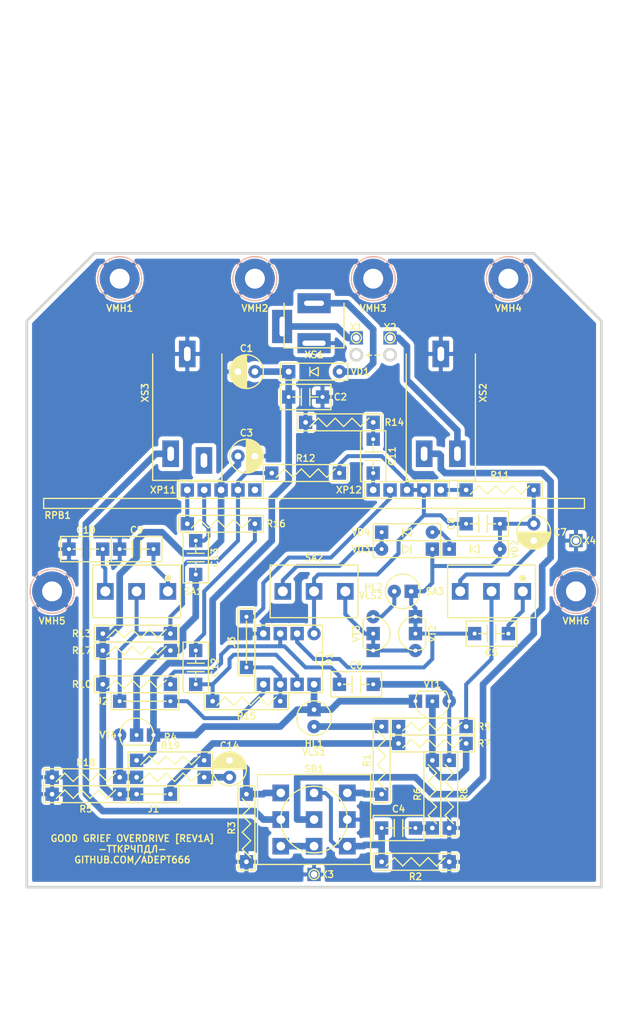
<source format=kicad_pcb>
(kicad_pcb (version 20171130) (host pcbnew 5.1.12-84ad8e8a86~92~ubuntu20.04.1)
  (title_block (title ТКП-1.19.A-1) (date 2024-06-09) (rev 1A) (company "Good Grief Overdrive [REV1A]") (comment 1 http://github.com/Adept666) (comment 2 "Igor Ivanov (Игорь Иванов)") (comment 3 -ТТКРЧПДЛ-) (comment 4 "This project is licensed under GNU General Public License v3.0 or later"))
  (layers (0 F.Cu jumper) (31 B.Cu signal) (37 F.SilkS user) (38 B.Mask user) (44 Edge.Cuts user))
  (net 0 "")
  (net 1 COM)
  (net 2 "Net-(HL1-PadC)")
  (net 3 /LED)
  (net 4 "Net-(SB1-PadNC1)")
  (net 5 /IN-CON)
  (net 6 /OUT-CON)
  (net 7 /PP3-POS)
  (net 8 /PP3-NEG)
  (net 9 V)
  (net 10 "Net-(XS3-PadTN)")
  (net 11 "Net-(VD1-PadA)")
  (net 12 "Net-(VD2-PadC)")
  (net 13 "Net-(HL2-PadC)")
  (net 14 "Net-(R6-Pad2)")
  (net 15 "Net-(R18-Pad2)")
  (net 16 "Net-(R16-Pad2)")
  (net 17 "Net-(C4-Pad2)")
  (net 18 "Net-(SA2-PadNO_2)")
  (net 19 "Net-(SA2-PadNO_1)")
  (net 20 "Net-(R9-Pad2)")
  (net 21 "Net-(R11-Pad2)")
  (net 22 "Net-(C5-Pad1)")
  (net 23 "Net-(C5-Pad2)")
  (net 24 "Net-(C6-Pad1)")
  (net 25 "Net-(C6-Pad2)")
  (net 26 "Net-(C7-Pad-)")
  (net 27 "Net-(C8-Pad2)")
  (net 28 "Net-(C9-Pad1)")
  (net 29 "Net-(C10-Pad1)")
  (net 30 "Net-(C11-Pad1)")
  (net 31 "Net-(C11-Pad2)")
  (net 32 "Net-(C12-Pad1)")
  (net 33 "Net-(C12-Pad2)")
  (net 34 "Net-(C13-Pad1)")
  (net 35 "Net-(C13-Pad2)")
  (net 36 "Net-(C14-Pad+)")
  (net 37 VREF)
  (net 38 /RP21)
  (net 39 /RP23)
  (net 40 /IN-CIR)
  (net 41 /OUT-CIR)
  (module SBKCL-TH-SL:RPB-1590BB-18-3x17-1.5-PNL-7.4-2.6 (layer F.Cu) (at 105.41 117.04)
    (fp_text reference RPB1 (at -40.64 15.04) (layer F.SilkS) (effects (font (thickness 0.2)) (justify left)))
    (fp_text value B100K-B5K-A500K)
    (fp_text user XP11 (at -20.6375 11.23) (layer F.SilkS) (effects (font (thickness 0.2)) (justify right)))
    (fp_text user XP12 (at 7.3025 11.23) (layer F.SilkS) (effects (font (thickness 0.2)) (justify right)))
    (pad 21 thru_hole rect (at -11.43 11.23) (size 2 2) (drill 1) (layers B.Cu B.Mask) (net 38 /RP21))
    (pad 13 thru_hole rect (at -19.05 11.23) (size 2 2) (drill 1) (layers B.Cu B.Mask) (net 16 "Net-(R16-Pad2)"))
    (pad 11 thru_hole rect (at -13.97 11.23) (size 2 2) (drill 1) (layers B.Cu B.Mask) (net 37 VREF))
    (pad 12 thru_hole rect (at -16.51 11.23) (size 2 2) (drill 1) (layers B.Cu B.Mask) (net 34 "Net-(C13-Pad1)"))
    (pad 22 thru_hole rect (at -8.89 11.23) (size 2 2) (drill 1) (layers B.Cu B.Mask) (net 30 "Net-(C11-Pad1)"))
    (pad 31 thru_hole rect (at 19.05 11.23) (size 2 2) (drill 1) (layers B.Cu B.Mask) (net 21 "Net-(R11-Pad2)"))
    (pad 32 thru_hole rect (at 16.51 11.23) (size 2 2) (drill 1) (layers B.Cu B.Mask) (net 27 "Net-(C8-Pad2)"))
    (pad 33 thru_hole rect (at 13.97 11.23) (size 2 2) (drill 1) (layers B.Cu B.Mask) (net 27 "Net-(C8-Pad2)"))
    (pad 23 thru_hole rect (at 11.43 11.23) (size 2 2) (drill 1) (layers B.Cu B.Mask) (net 39 /RP23))
    (pad 22 thru_hole rect (at 8.89 11.23) (size 2 2) (drill 1) (layers B.Cu B.Mask) (net 30 "Net-(C11-Pad1)"))
  )
  (module KCL-TH-SL:CON-ST-008X-04 (layer F.Cu) (at 124.46 100.33 180)
    (fp_text reference XS2 (at -6.35 -13.335 270) (layer F.SilkS) (effects (font (thickness 0.2))))
    (fp_text value ST-008S-04)
    (pad R thru_hole rect (at -2.5 -22.5 180) (size 2.5 4) (drill oval 1 2.2) (layers B.Cu B.Mask) (net 8 /PP3-NEG))
    (pad T thru_hole rect (at 2.5 -22.5 180) (size 2.5 4) (drill oval 1 2.2) (layers B.Cu B.Mask) (net 5 /IN-CON))
    (pad S thru_hole rect (at 0 -7.5 180) (size 2.5 4) (drill oval 1 2.2) (layers B.Cu B.Mask) (net 1 COM))
  )
  (module KCL-TH-SL:CON-ST-008X-05 (layer F.Cu) (at 86.36 100.33 180)
    (fp_text reference XS3 (at 6.35 -13.335 270) (layer F.SilkS) (effects (font (thickness 0.2))))
    (fp_text value ST-008S-05)
    (pad S thru_hole rect (at 0 -7.5 180) (size 2.5 4) (drill oval 1 2.2) (layers B.Cu B.Mask) (net 1 COM))
    (pad T thru_hole rect (at 2.5 -22.5 180) (size 2.5 4) (drill oval 1 2.2) (layers B.Cu B.Mask) (net 6 /OUT-CON))
    (pad TN thru_hole rect (at -2.5 -23.5 180) (size 2.5 4) (drill oval 1 2.2) (layers B.Cu B.Mask) (net 10 "Net-(XS3-PadTN)"))
  )
  (module KCL-TH-SL:VMH-STA-DA5-PNL-3.0 (layer F.Cu) (at 144.78 143.51)
    (fp_text reference VMH6 (at 0 4.445) (layer F.SilkS) (effects (font (thickness 0.2))))
    (fp_text value DI5M3x18)
    (pad 0 thru_hole circle (at 0 0) (size 6 6) (drill 3) (layers B.Cu B.Mask) (net 1 COM))
  )
  (module KCL-TH-SL:VMH-STA-DA5-PNL-3.0 (layer F.Cu) (at 66.04 143.51)
    (fp_text reference VMH5 (at 0 4.445) (layer F.SilkS) (effects (font (thickness 0.2))))
    (fp_text value DI5M3x18)
    (pad 0 thru_hole circle (at 0 0) (size 6 6) (drill 3) (layers B.Cu B.Mask) (net 1 COM))
  )
  (module KCL-TH-SL:VMH-STA-DA5-PNL-3.0 (layer F.Cu) (at 134.62 96.52)
    (fp_text reference VMH4 (at 0 4.445) (layer F.SilkS) (effects (font (thickness 0.2))))
    (fp_text value DI5M3x18)
    (pad 0 thru_hole circle (at 0 0) (size 6 6) (drill 3) (layers B.Cu B.Mask) (net 1 COM))
  )
  (module KCL-TH-SL:VMH-STA-DA5-PNL-3.0 (layer F.Cu) (at 114.3 96.52)
    (fp_text reference VMH3 (at 0 4.445) (layer F.SilkS) (effects (font (thickness 0.2))))
    (fp_text value DI5M3x18)
    (pad 0 thru_hole circle (at 0 0) (size 6 6) (drill 3) (layers B.Cu B.Mask) (net 1 COM))
  )
  (module KCL-TH-SL:VMH-STA-DA5-PNL-3.0 (layer F.Cu) (at 96.52 96.52)
    (fp_text reference VMH2 (at 0 4.445) (layer F.SilkS) (effects (font (thickness 0.2))))
    (fp_text value DI5M3x18)
    (pad 0 thru_hole circle (at 0 0) (size 6 6) (drill 3) (layers B.Cu B.Mask) (net 1 COM))
  )
  (module KCL-TH-SL:VMH-STA-DA5-PNL-3.0 (layer F.Cu) (at 76.2 96.52)
    (fp_text reference VMH1 (at 0 4.445) (layer F.SilkS) (effects (font (thickness 0.2))))
    (fp_text value DI5M3x18)
    (pad 0 thru_hole circle (at 0 0) (size 6 6) (drill 3) (layers B.Cu B.Mask) (net 1 COM))
  )
  (module KCL-TH-SL:P-TO-92-S-G-D (layer F.Cu) (at 120.65 149.86 90)
    (fp_text reference VT2 (at 0 2.54 90) (layer F.SilkS) (effects (font (thickness 0.2))))
    (fp_text value 7000)
    (pad S thru_hole circle (at -2.54 0 90) (size 2 2) (drill 0.6) (layers B.Cu B.Mask) (net 19 "Net-(SA2-PadNO_1)"))
    (pad G thru_hole rect (at 0 0 90) (size 2 2) (drill 0.6) (layers B.Cu B.Mask) (net 22 "Net-(C5-Pad1)"))
    (pad D thru_hole rect (at 2.54 0 90) (size 2 2) (drill 0.6) (layers B.Cu B.Mask) (net 22 "Net-(C5-Pad1)"))
  )
  (module KCL-TH-SL:P-TO-92-S-G-D (layer F.Cu) (at 114.3 149.86 270)
    (fp_text reference VT3 (at 0 2.54 90) (layer F.SilkS) (effects (font (thickness 0.2))))
    (fp_text value 7000)
    (pad S thru_hole circle (at -2.54 0 270) (size 2 2) (drill 0.6) (layers B.Cu B.Mask) (net 13 "Net-(HL2-PadC)"))
    (pad G thru_hole rect (at 0 0 270) (size 2 2) (drill 0.6) (layers B.Cu B.Mask) (net 19 "Net-(SA2-PadNO_1)"))
    (pad D thru_hole rect (at 2.54 0 270) (size 2 2) (drill 0.6) (layers B.Cu B.Mask) (net 19 "Net-(SA2-PadNO_1)"))
  )
  (module KCL-TH-SL:P-TO-92-E-B-C (layer F.Cu) (at 78.74 165.1)
    (fp_text reference VT4 (at -2.8575 0) (layer F.SilkS) (effects (font (thickness 0.2)) (justify right)))
    (fp_text value MPSA18)
    (pad C thru_hole rect (at 2.54 0) (size 2 2) (drill 0.6) (layers B.Cu B.Mask) (net 9 V))
    (pad B thru_hole rect (at 0 0) (size 2 2) (drill 0.6) (layers B.Cu B.Mask) (net 35 "Net-(C13-Pad2)"))
    (pad E thru_hole circle (at -2.54 0) (size 2 2) (drill 0.6) (layers B.Cu B.Mask) (net 15 "Net-(R18-Pad2)"))
  )
  (module KCL-TH-SL:P-TO-92-E-B-C (layer F.Cu) (at 123.19 160.02 180)
    (fp_text reference VT1 (at 0 2.54) (layer F.SilkS) (effects (font (thickness 0.2))))
    (fp_text value MPSA18)
    (pad C thru_hole rect (at 2.54 0 180) (size 2 2) (drill 0.6) (layers B.Cu B.Mask) (net 9 V))
    (pad B thru_hole rect (at 0 0 180) (size 2 2) (drill 0.6) (layers B.Cu B.Mask) (net 14 "Net-(R6-Pad2)"))
    (pad E thru_hole circle (at -2.54 0 180) (size 2 2) (drill 0.6) (layers B.Cu B.Mask) (net 24 "Net-(C6-Pad1)"))
  )
  (module KCL-TH-SL:J-TH-d0.6-P05.08 (layer F.Cu) (at 81.28 173.99)
    (fp_text reference J1 (at 0 2.2225) (layer F.SilkS) (effects (font (thickness 0.2))))
    (fp_text value 0.6)
    (pad J thru_hole rect (at 2.54 0) (size 2 2) (drill 0.7) (layers B.Cu B.Mask) (net 37 VREF))
    (pad J thru_hole rect (at -2.54 0) (size 2 2) (drill 0.7) (layers B.Cu B.Mask) (net 37 VREF))
  )
  (module KCL-TH-SL:J-TH-d0.5-P07.62 (layer F.Cu) (at 95.25 151.13 90)
    (fp_text reference J3 (at 0 -2.2225 90) (layer F.SilkS) (effects (font (thickness 0.2))))
    (fp_text value 0.5)
    (pad J thru_hole rect (at -3.81 0 90) (size 2 2) (drill 0.6) (layers B.Cu B.Mask) (net 39 /RP23))
    (pad J thru_hole rect (at 3.81 0 90) (size 2 2) (drill 0.6) (layers B.Cu B.Mask) (net 39 /RP23))
  )
  (module KCL-TH-SL:J-TH-d0.5-P07.62 (layer F.Cu) (at 80.01 160.02)
    (fp_text reference J2 (at -5.3975 0) (layer F.SilkS) (effects (font (thickness 0.2)) (justify right)))
    (fp_text value 0.5)
    (pad J thru_hole rect (at -3.81 0) (size 2 2) (drill 0.6) (layers B.Cu B.Mask) (net 38 /RP21))
    (pad J thru_hole rect (at 3.81 0) (size 2 2) (drill 0.6) (layers B.Cu B.Mask) (net 38 /RP21))
  )
  (module KCL-TH-SL:P-DIP-08 (layer F.Cu) (at 101.6 153.67 270)
    (fp_text reference D1 (at 0 -6.0325 90) (layer F.SilkS) (effects (font (thickness 0.2))))
    (fp_text value 833)
    (pad 1 thru_hole circle (at -3.81 -3.81 270) (size 2 2) (drill 1) (layers B.Cu B.Mask) (net 27 "Net-(C8-Pad2)"))
    (pad 2 thru_hole rect (at -3.81 -1.27 270) (size 2 2) (drill 1) (layers B.Cu B.Mask) (net 22 "Net-(C5-Pad1)"))
    (pad 3 thru_hole rect (at -3.81 1.27 270) (size 2 2) (drill 1) (layers B.Cu B.Mask) (net 25 "Net-(C6-Pad2)"))
    (pad 4 thru_hole rect (at -3.81 3.81 270) (size 2 2) (drill 1) (layers B.Cu B.Mask) (net 1 COM))
    (pad 5 thru_hole rect (at 3.81 3.81 270) (size 2 2) (drill 1) (layers B.Cu B.Mask) (net 38 /RP21))
    (pad 6 thru_hole rect (at 3.81 1.27 270) (size 2 2) (drill 1) (layers B.Cu B.Mask) (net 39 /RP23))
    (pad 7 thru_hole rect (at 3.81 -1.27 270) (size 2 2) (drill 1) (layers B.Cu B.Mask) (net 32 "Net-(C12-Pad1)"))
    (pad 8 thru_hole rect (at 3.81 -3.81 270) (size 2 2) (drill 1) (layers B.Cu B.Mask) (net 9 V))
  )
  (module KCL-TH-SL:SW-MTS-103-A2-2.5-PNL-6.4 (layer F.Cu) (at 105.41 143.51 270)
    (fp_text reference SA2 (at -5.08 0) (layer F.SilkS) (effects (font (thickness 0.2))))
    (fp_text value MTS-103-A2)
    (pad NO_2 thru_hole rect (at 0 4.7 270) (size 2.5 2.5) (drill 1.5) (layers B.Cu B.Mask) (net 18 "Net-(SA2-PadNO_2)"))
    (pad COM thru_hole rect (at 0 0 270) (size 2.5 2.5) (drill 1.5) (layers B.Cu B.Mask) (net 27 "Net-(C8-Pad2)"))
    (pad NO_1 thru_hole rect (at 0 -4.7 270) (size 2.5 2.5) (drill 1.5) (layers B.Cu B.Mask) (net 19 "Net-(SA2-PadNO_1)"))
  )
  (module KCL-TH-SL:SW-MTS-102-A2-2.5-PNL-6.4 (layer F.Cu) (at 132.08 143.51 270)
    (fp_text reference SA3 (at 0 6.985) (layer F.SilkS) (effects (font (thickness 0.2)) (justify right)))
    (fp_text value MTS-102-A2)
    (pad NO thru_hole rect (at 0 4.7 270) (size 2.5 2.5) (drill 1.5) (layers B.Cu B.Mask) (net 26 "Net-(C7-Pad-)"))
    (pad COM thru_hole rect (at 0 0 270) (size 2.5 2.5) (drill 1.5) (layers B.Cu B.Mask) (net 20 "Net-(R9-Pad2)"))
    (pad NC thru_hole rect (at 0 -4.7 270) (size 2.5 2.5) (drill 1.5) (layers B.Cu B.Mask) (net 23 "Net-(C5-Pad2)"))
  )
  (module KCL-TH-SL:SW-MTS-102-A2-2.5-PNL-6.4 (layer F.Cu) (at 78.74 143.51 270)
    (fp_text reference SA1 (at 0 -6.985) (layer F.SilkS) (effects (font (thickness 0.2)) (justify left)))
    (fp_text value MTS-102-A2)
    (pad NO thru_hole rect (at 0 4.7 270) (size 2.5 2.5) (drill 1.5) (layers B.Cu B.Mask) (net 29 "Net-(C10-Pad1)"))
    (pad COM thru_hole rect (at 0 0 270) (size 2.5 2.5) (drill 1.5) (layers B.Cu B.Mask) (net 38 /RP21))
    (pad NC thru_hole rect (at 0 -4.7 270) (size 2.5 2.5) (drill 1.5) (layers B.Cu B.Mask) (net 28 "Net-(C9-Pad1)"))
  )
  (module KCL-TH-SL:P-DO-35 (layer F.Cu) (at 129.54 137.16 180)
    (fp_text reference VD2 (at -6.0325 0 90) (layer F.SilkS) (effects (font (thickness 0.2))))
    (fp_text value 4148)
    (pad C thru_hole rect (at 3.81 0 180) (size 2 2) (drill 0.6) (layers B.Cu B.Mask) (net 12 "Net-(VD2-PadC)"))
    (pad A thru_hole circle (at -3.81 0 180) (size 2 2) (drill 0.6) (layers B.Cu B.Mask) (net 22 "Net-(C5-Pad1)"))
  )
  (module KCL-TH-SL:P-DO-35 (layer F.Cu) (at 119.38 134.62 180)
    (fp_text reference VD4 (at 5.3975 0) (layer F.SilkS) (effects (font (thickness 0.2)) (justify right)))
    (fp_text value 4148)
    (pad A thru_hole circle (at -3.81 0 180) (size 2 2) (drill 0.6) (layers B.Cu B.Mask) (net 12 "Net-(VD2-PadC)"))
    (pad C thru_hole rect (at 3.81 0 180) (size 2 2) (drill 0.6) (layers B.Cu B.Mask) (net 18 "Net-(SA2-PadNO_2)"))
  )
  (module KCL-TH-SL:P-DO-35 (layer F.Cu) (at 119.38 137.16)
    (fp_text reference VD3 (at -5.3975 0) (layer F.SilkS) (effects (font (thickness 0.2)) (justify right)))
    (fp_text value 4148)
    (pad A thru_hole circle (at -3.81 0) (size 2 2) (drill 0.6) (layers B.Cu B.Mask) (net 18 "Net-(SA2-PadNO_2)"))
    (pad C thru_hole rect (at 3.81 0) (size 2 2) (drill 0.6) (layers B.Cu B.Mask) (net 22 "Net-(C5-Pad1)"))
  )
  (module KCL-TH-SL:P-DO-41 (layer F.Cu) (at 105.41 110.49 180)
    (fp_text reference VD1 (at -5.3975 0 180) (layer F.SilkS) (effects (font (thickness 0.2)) (justify left)))
    (fp_text value 5817)
    (pad C thru_hole rect (at 3.81 0 180) (size 2 2) (drill 0.9) (layers B.Cu B.Mask) (net 9 V))
    (pad A thru_hole circle (at -3.81 0 180) (size 2 2) (drill 0.9) (layers B.Cu B.Mask) (net 11 "Net-(VD1-PadA)"))
  )
  (module KCL-TH-SL:CON-DC-005 (layer F.Cu) (at 105.41 92.71 180)
    (fp_text reference XS1 (at 0 -15.24) (layer F.SilkS) (effects (font (thickness 0.2))))
    (fp_text value DC-005)
    (pad C thru_hole rect (at 0 -13.5 180) (size 5 3) (drill oval 3.5 0.8) (layers B.Cu B.Mask) (net 1 COM))
    (pad SN thru_hole rect (at 4.8 -11 180) (size 3 5) (drill oval 0.8 3) (layers B.Cu B.Mask) (net 7 /PP3-POS))
    (pad S thru_hole rect (at 0 -7.5 180) (size 5 3) (drill oval 3 0.8) (layers B.Cu B.Mask) (net 11 "Net-(VD1-PadA)"))
  )
  (module KCL-VIRTUAL:B-PP3-HV (layer F.Cu) (at 105.41 196.85)
    (fp_text reference GB1 hide)
    (fp_text value PP3 hide)
  )
  (module KCL-TH-SL:CON-PAD-S-1.0-2.0 (layer F.Cu) (at 116.84 105.41)
    (fp_text reference X2 (at 0 -1.5875) (layer F.SilkS) (effects (font (thickness 0.2))))
    (fp_text value -)
    (pad 1 thru_hole rect (at 0 0) (size 2 2) (drill 1) (layers B.Cu B.Mask) (net 8 /PP3-NEG))
  )
  (module KCL-TH-SL:CON-PAD-S-1.0-2.0 (layer F.Cu) (at 111.76 105.41)
    (fp_text reference X1 (at 0 -1.5875) (layer F.SilkS) (effects (font (thickness 0.2))))
    (fp_text value +)
    (pad 1 thru_hole rect (at 0 0) (size 2 2) (drill 1) (layers B.Cu B.Mask) (net 7 /PP3-POS))
  )
  (module KCL-TH-SL:CON-PAD-S-1.0-2.0 (layer F.Cu) (at 144.78 135.89)
    (fp_text reference X4 (at 0.9525 0) (layer F.SilkS) (effects (font (thickness 0.2)) (justify left)))
    (fp_text value COM)
    (pad 1 thru_hole rect (at 0 0) (size 2 2) (drill 1) (layers B.Cu B.Mask) (net 1 COM))
  )
  (module KCL-TH-SL:CON-PAD-S-1.0-2.0 (layer F.Cu) (at 105.41 186.055)
    (fp_text reference X3 (at 0.9525 0) (layer F.SilkS) (effects (font (thickness 0.2)) (justify left)))
    (fp_text value COM)
    (pad 1 thru_hole rect (at 0 0) (size 2 2) (drill 1) (layers B.Cu B.Mask) (net 1 COM))
  )
  (module KCL-TH-SL:LED-ROUND-05.0-UNI-SH-SPACER-PNL-5.3 (layer F.Cu) (at 118.745 143.51)
    (fp_text reference HL2 (at -2.8575 -0.635) (layer F.SilkS) (effects (font (thickness 0.2)) (justify right)))
    (fp_text value FYL-5013URC)
    (pad C thru_hole circle (at -1.27 0) (size 2 2) (drill 0.7) (layers B.Cu B.Mask) (net 13 "Net-(HL2-PadC)"))
    (pad A thru_hole rect (at 1.27 0) (size 2 2) (drill 0.7) (layers B.Cu B.Mask) (net 22 "Net-(C5-Pad1)"))
  )
  (module KCL-TH-SL:LED-ROUND-05.0-UNI-SH-SPACER-PNL-5.3 (layer F.Cu) (at 105.41 162.56 90)
    (fp_text reference HL1 (at -3.81 0 180) (layer F.SilkS) (effects (font (thickness 0.2))))
    (fp_text value FYL-5013UWC)
    (pad A thru_hole rect (at 1.27 0 90) (size 2 2) (drill 0.7) (layers B.Cu B.Mask) (net 9 V))
    (pad C thru_hole circle (at -1.27 0 90) (size 2 2) (drill 0.7) (layers B.Cu B.Mask) (net 2 "Net-(HL1-PadC)"))
  )
  (module KCL-VIRTUAL:VLS-BR (layer F.Cu) (at 105.41 162.56)
    (fp_text reference VLS1 (at 0 5.08) (layer F.SilkS) (effects (font (thickness 0.2))))
    (fp_text value BR-12.7)
  )
  (module KCL-VIRTUAL:VLS-BR (layer F.Cu) (at 118.745 143.51)
    (fp_text reference VLS2 (at -2.8575 0.635) (layer F.SilkS) (effects (font (thickness 0.2)) (justify right)))
    (fp_text value BR-12.7)
  )
  (module KCL-TH-SL:SW-PBS-24-302SP-2.5-PNL-13.0 (layer F.Cu) (at 105.41 177.8)
    (fp_text reference SB1 (at 0 -7.62) (layer F.SilkS) (effects (font (thickness 0.2))))
    (fp_text value PBS-24-302SP)
    (pad NC1 thru_hole rect (at -5 4) (size 2.5 2.5) (drill 1.3) (layers B.Cu B.Mask) (net 4 "Net-(SB1-PadNC1)"))
    (pad COM1 thru_hole rect (at -5 0) (size 2.5 2.5) (drill 1.3) (layers B.Cu B.Mask) (net 6 /OUT-CON))
    (pad NO1 thru_hole rect (at -5 -4) (size 2.5 2.5) (drill 1.3) (layers B.Cu B.Mask) (net 41 /OUT-CIR))
    (pad NO2 thru_hole rect (at 0 -4) (size 2.5 2.5) (drill 1.3) (layers B.Cu B.Mask) (net 40 /IN-CIR))
    (pad NC2 thru_hole rect (at 0 4) (size 2.5 2.5) (drill 1.3) (layers B.Cu B.Mask) (net 4 "Net-(SB1-PadNC1)"))
    (pad COM2 thru_hole rect (at 0 0) (size 2.5 2.5) (drill 1.3) (layers B.Cu B.Mask) (net 5 /IN-CON))
    (pad NO3 thru_hole rect (at 5 -4) (size 2.5 2.5) (drill 1.3) (layers B.Cu B.Mask) (net 3 /LED))
    (pad NC3 thru_hole rect (at 5 4) (size 2.5 2.5) (drill 1.3) (layers B.Cu B.Mask) (net 40 /IN-CIR))
    (pad COM3 thru_hole rect (at 5 0) (size 2.5 2.5) (drill 1.3) (layers B.Cu B.Mask) (net 1 COM))
  )
  (module KCL-TH-SL:CP-RADIAL-D05.0-P02.0-CLS (layer F.Cu) (at 95.25 123.19)
    (fp_text reference C3 (at 0 -3.4925) (layer F.SilkS) (effects (font (thickness 0.2))))
    (fp_text value 476)
    (pad - thru_hole rect (at 1.27 0) (size 2 2) (drill 1) (layers B.Cu B.Mask) (net 1 COM))
    (pad + thru_hole circle (at -1.27 0) (size 2 2) (drill 1) (layers B.Cu B.Mask) (net 37 VREF))
  )
  (module KCL-TH-SL:CP-RADIAL-D05.0-P02.0-CLS (layer F.Cu) (at 138.43 134.62 270)
    (fp_text reference C7 (at 0 -2.8575) (layer F.SilkS) (effects (font (thickness 0.2)) (justify left)))
    (fp_text value 106)
    (pad - thru_hole rect (at 1.27 0 270) (size 2 2) (drill 1) (layers B.Cu B.Mask) (net 26 "Net-(C7-Pad-)"))
    (pad + thru_hole circle (at -1.27 0 270) (size 2 2) (drill 1) (layers B.Cu B.Mask) (net 22 "Net-(C5-Pad1)"))
  )
  (module KCL-TH-SL:CP-RADIAL-D05.0-P02.0-CLS (layer F.Cu) (at 92.71 170.18 90)
    (fp_text reference C14 (at 3.4925 0 180) (layer F.SilkS) (effects (font (thickness 0.2))))
    (fp_text value 106)
    (pad + thru_hole circle (at -1.27 0 90) (size 2 2) (drill 1) (layers B.Cu B.Mask) (net 36 "Net-(C14-Pad+)"))
    (pad - thru_hole rect (at 1.27 0 90) (size 2 2) (drill 1) (layers B.Cu B.Mask) (net 41 /OUT-CIR))
  )
  (module KCL-TH-SL:CP-RADIAL-D05.0-P02.0-CLS (layer F.Cu) (at 95.25 110.49 180)
    (fp_text reference C1 (at 0 3.4925 180) (layer F.SilkS) (effects (font (thickness 0.2))))
    (fp_text value 476)
    (pad + thru_hole circle (at -1.27 0 180) (size 2 2) (drill 1) (layers B.Cu B.Mask) (net 9 V))
    (pad - thru_hole rect (at 1.27 0 180) (size 2 2) (drill 1) (layers B.Cu B.Mask) (net 1 COM))
  )
  (module KCL-TH-SL:C-DISK-D04.2-T03.0-P05.08-d0.5 (layer F.Cu) (at 71.12 137.16 180)
    (fp_text reference C10 (at 0 2.8575) (layer F.SilkS) (effects (font (thickness 0.2))))
    (fp_text value 683)
    (pad 1 thru_hole rect (at -2.54 0 180) (size 2 2) (drill 0.6) (layers B.Cu B.Mask) (net 29 "Net-(C10-Pad1)"))
    (pad 2 thru_hole rect (at 2.54 0 180) (size 2 2) (drill 0.6) (layers B.Cu B.Mask) (net 1 COM))
  )
  (module KCL-TH-SL:C-DISK-D04.2-T03.0-P05.08-d0.5 (layer F.Cu) (at 78.74 137.16 180)
    (fp_text reference C9 (at 0 2.8575) (layer F.SilkS) (effects (font (thickness 0.2))))
    (fp_text value 154)
    (pad 1 thru_hole rect (at -2.54 0 180) (size 2 2) (drill 0.6) (layers B.Cu B.Mask) (net 28 "Net-(C9-Pad1)"))
    (pad 2 thru_hole rect (at 2.54 0 180) (size 2 2) (drill 0.6) (layers B.Cu B.Mask) (net 1 COM))
  )
  (module KCL-TH-SL:C-DISK-D04.2-T03.0-P05.08-d0.5 (layer F.Cu) (at 114.3 123.19 90)
    (fp_text reference C11 (at 0 2.8575 90) (layer F.SilkS) (effects (font (thickness 0.2))))
    (fp_text value 334)
    (pad 1 thru_hole rect (at -2.54 0 90) (size 2 2) (drill 0.6) (layers B.Cu B.Mask) (net 30 "Net-(C11-Pad1)"))
    (pad 2 thru_hole rect (at 2.54 0 90) (size 2 2) (drill 0.6) (layers B.Cu B.Mask) (net 31 "Net-(C11-Pad2)"))
  )
  (module KCL-TH-SL:C-DISK-D04.2-T03.0-P05.08-d0.5 (layer F.Cu) (at 130.81 133.35 180)
    (fp_text reference C8 (at 4.7625 0 90) (layer F.SilkS) (effects (font (thickness 0.2))))
    (fp_text value 470)
    (pad 2 thru_hole rect (at 2.54 0 180) (size 2 2) (drill 0.6) (layers B.Cu B.Mask) (net 27 "Net-(C8-Pad2)"))
    (pad 1 thru_hole rect (at -2.54 0 180) (size 2 2) (drill 0.6) (layers B.Cu B.Mask) (net 22 "Net-(C5-Pad1)"))
  )
  (module KCL-TH-SL:C-DISK-D04.2-T03.0-P05.08-d0.5 (layer F.Cu) (at 87.63 138.43 270)
    (fp_text reference C13 (at 0 -2.8575 90) (layer F.SilkS) (effects (font (thickness 0.2))))
    (fp_text value 104)
    (pad 1 thru_hole rect (at -2.54 0 270) (size 2 2) (drill 0.6) (layers B.Cu B.Mask) (net 34 "Net-(C13-Pad1)"))
    (pad 2 thru_hole rect (at 2.54 0 270) (size 2 2) (drill 0.6) (layers B.Cu B.Mask) (net 35 "Net-(C13-Pad2)"))
  )
  (module KCL-TH-SL:C-DISK-D04.2-T03.0-P05.08-d0.5 (layer F.Cu) (at 132.08 149.86)
    (fp_text reference C5 (at 0 2.8575) (layer F.SilkS) (effects (font (thickness 0.2))))
    (fp_text value 224)
    (pad 1 thru_hole rect (at -2.54 0) (size 2 2) (drill 0.6) (layers B.Cu B.Mask) (net 22 "Net-(C5-Pad1)"))
    (pad 2 thru_hole rect (at 2.54 0) (size 2 2) (drill 0.6) (layers B.Cu B.Mask) (net 23 "Net-(C5-Pad2)"))
  )
  (module KCL-TH-SL:C-DISK-D04.2-T03.0-P05.08-d0.5 (layer F.Cu) (at 87.63 154.94 90)
    (fp_text reference C12 (at 0 2.8575 90) (layer F.SilkS) (effects (font (thickness 0.2))))
    (fp_text value 105)
    (pad 1 thru_hole rect (at -2.54 0 90) (size 2 2) (drill 0.6) (layers B.Cu B.Mask) (net 32 "Net-(C12-Pad1)"))
    (pad 2 thru_hole rect (at 2.54 0 90) (size 2 2) (drill 0.6) (layers B.Cu B.Mask) (net 33 "Net-(C12-Pad2)"))
  )
  (module KCL-TH-SL:C-DISK-D04.2-T03.0-P05.08-d0.5 (layer F.Cu) (at 111.76 157.48 180)
    (fp_text reference C6 (at 0 2.8575) (layer F.SilkS) (effects (font (thickness 0.2))))
    (fp_text value 105)
    (pad 1 thru_hole rect (at -2.54 0 180) (size 2 2) (drill 0.6) (layers B.Cu B.Mask) (net 24 "Net-(C6-Pad1)"))
    (pad 2 thru_hole rect (at 2.54 0 180) (size 2 2) (drill 0.6) (layers B.Cu B.Mask) (net 25 "Net-(C6-Pad2)"))
  )
  (module KCL-TH-SL:C-DISK-D04.2-T03.0-P05.08-d0.5 (layer F.Cu) (at 118.11 179.07)
    (fp_text reference C4 (at 0 -2.8575) (layer F.SilkS) (effects (font (thickness 0.2))))
    (fp_text value 104)
    (pad 1 thru_hole rect (at -2.54 0) (size 2 2) (drill 0.6) (layers B.Cu B.Mask) (net 40 /IN-CIR))
    (pad 2 thru_hole rect (at 2.54 0) (size 2 2) (drill 0.6) (layers B.Cu B.Mask) (net 17 "Net-(C4-Pad2)"))
  )
  (module KCL-TH-SL:C-DISK-D04.2-T03.0-P05.08-d0.5 (layer F.Cu) (at 104.14 114.3)
    (fp_text reference C2 (at 4.1275 0 180) (layer F.SilkS) (effects (font (thickness 0.2)) (justify left)))
    (fp_text value 104)
    (pad 1 thru_hole rect (at -2.54 0) (size 2 2) (drill 0.6) (layers B.Cu B.Mask) (net 9 V))
    (pad 2 thru_hole rect (at 2.54 0) (size 2 2) (drill 0.6) (layers B.Cu B.Mask) (net 1 COM))
  )
  (module KCL-TH-SL:R-MFR-25 (layer F.Cu) (at 109.22 118.11)
    (fp_text reference R14 (at 6.6675 0) (layer F.SilkS) (effects (font (thickness 0.2)) (justify left)))
    (fp_text value 331)
    (pad 2 thru_hole rect (at 5.08 0) (size 2 2) (drill 0.7) (layers B.Cu B.Mask) (net 31 "Net-(C11-Pad2)"))
    (pad 1 thru_hole rect (at -5.08 0) (size 2 2) (drill 0.7) (layers B.Cu B.Mask) (net 1 COM))
  )
  (module KCL-TH-SL:R-MFR-25 (layer F.Cu) (at 104.14 125.73 180)
    (fp_text reference R12 (at 0 2.2225) (layer F.SilkS) (effects (font (thickness 0.2))))
    (fp_text value 102)
    (pad 1 thru_hole rect (at -5.08 0 180) (size 2 2) (drill 0.7) (layers B.Cu B.Mask) (net 27 "Net-(C8-Pad2)"))
    (pad 2 thru_hole rect (at 5.08 0 180) (size 2 2) (drill 0.7) (layers B.Cu B.Mask) (net 38 /RP21))
  )
  (module KCL-TH-SL:R-MFR-25 (layer F.Cu) (at 133.35 128.27 180)
    (fp_text reference R11 (at 0 2.2225) (layer F.SilkS) (effects (font (thickness 0.2))))
    (fp_text value 223)
    (pad 2 thru_hole rect (at 5.08 0 180) (size 2 2) (drill 0.7) (layers B.Cu B.Mask) (net 21 "Net-(R11-Pad2)"))
    (pad 1 thru_hole rect (at -5.08 0 180) (size 2 2) (drill 0.7) (layers B.Cu B.Mask) (net 22 "Net-(C5-Pad1)"))
  )
  (module KCL-TH-SL:R-MFR-25 (layer F.Cu) (at 95.25 160.02 180)
    (fp_text reference R15 (at 0 -2.2225) (layer F.SilkS) (effects (font (thickness 0.2))))
    (fp_text value 102)
    (pad 1 thru_hole rect (at -5.08 0 180) (size 2 2) (drill 0.7) (layers B.Cu B.Mask) (net 39 /RP23))
    (pad 2 thru_hole rect (at 5.08 0 180) (size 2 2) (drill 0.7) (layers B.Cu B.Mask) (net 32 "Net-(C12-Pad1)"))
  )
  (module KCL-TH-SL:R-MFR-25 (layer F.Cu) (at 123.19 166.37)
    (fp_text reference R7 (at 6.6675 0) (layer F.SilkS) (effects (font (thickness 0.2)) (justify left)))
    (fp_text value 564)
    (pad 1 thru_hole rect (at -5.08 0) (size 2 2) (drill 0.7) (layers B.Cu B.Mask) (net 37 VREF))
    (pad 2 thru_hole rect (at 5.08 0) (size 2 2) (drill 0.7) (layers B.Cu B.Mask) (net 14 "Net-(R6-Pad2)"))
  )
  (module KCL-TH-SL:R-MFR-25 (layer F.Cu) (at 123.19 163.83)
    (fp_text reference R9 (at 6.6675 0) (layer F.SilkS) (effects (font (thickness 0.2)) (justify left)))
    (fp_text value 102)
    (pad 1 thru_hole rect (at -5.08 0) (size 2 2) (drill 0.7) (layers B.Cu B.Mask) (net 37 VREF))
    (pad 2 thru_hole rect (at 5.08 0) (size 2 2) (drill 0.7) (layers B.Cu B.Mask) (net 20 "Net-(R9-Pad2)"))
  )
  (module KCL-TH-SL:R-MFR-25 (layer F.Cu) (at 125.73 173.99 90)
    (fp_text reference R8 (at 0 2.2225 90) (layer F.SilkS) (effects (font (thickness 0.2))))
    (fp_text value 103)
    (pad 1 thru_hole rect (at -5.08 0 90) (size 2 2) (drill 0.7) (layers B.Cu B.Mask) (net 1 COM))
    (pad 2 thru_hole rect (at 5.08 0 90) (size 2 2) (drill 0.7) (layers B.Cu B.Mask) (net 24 "Net-(C6-Pad1)"))
  )
  (module KCL-TH-SL:R-MFR-25 (layer F.Cu) (at 123.19 173.99 90)
    (fp_text reference R6 (at 0 -2.2225 90) (layer F.SilkS) (effects (font (thickness 0.2))))
    (fp_text value 102)
    (pad 1 thru_hole rect (at -5.08 0 90) (size 2 2) (drill 0.7) (layers B.Cu B.Mask) (net 17 "Net-(C4-Pad2)"))
    (pad 2 thru_hole rect (at 5.08 0 90) (size 2 2) (drill 0.7) (layers B.Cu B.Mask) (net 14 "Net-(R6-Pad2)"))
  )
  (module KCL-TH-SL:R-MFR-25 (layer F.Cu) (at 120.65 184.15 180)
    (fp_text reference R2 (at 0 -2.2225) (layer F.SilkS) (effects (font (thickness 0.2))))
    (fp_text value 105)
    (pad 2 thru_hole rect (at 5.08 0 180) (size 2 2) (drill 0.7) (layers B.Cu B.Mask) (net 40 /IN-CIR))
    (pad 1 thru_hole rect (at -5.08 0 180) (size 2 2) (drill 0.7) (layers B.Cu B.Mask) (net 1 COM))
  )
  (module KCL-TH-SL:R-MFR-25 (layer F.Cu) (at 115.57 168.91 90)
    (fp_text reference R1 (at 0 -2.2225 90) (layer F.SilkS) (effects (font (thickness 0.2))))
    (fp_text value 103)
    (pad 1 thru_hole rect (at -5.08 0 90) (size 2 2) (drill 0.7) (layers B.Cu B.Mask) (net 3 /LED))
    (pad 2 thru_hole rect (at 5.08 0 90) (size 2 2) (drill 0.7) (layers B.Cu B.Mask) (net 2 "Net-(HL1-PadC)"))
  )
  (module KCL-TH-SL:R-MFR-25 (layer F.Cu) (at 95.25 179.07 90)
    (fp_text reference R3 (at 0 -2.2225 90) (layer F.SilkS) (effects (font (thickness 0.2))))
    (fp_text value 103)
    (pad 1 thru_hole rect (at -5.08 0 90) (size 2 2) (drill 0.7) (layers B.Cu B.Mask) (net 1 COM))
    (pad 2 thru_hole rect (at 5.08 0 90) (size 2 2) (drill 0.7) (layers B.Cu B.Mask) (net 41 /OUT-CIR))
  )
  (module KCL-TH-SL:R-MFR-25 (layer F.Cu) (at 71.12 173.99)
    (fp_text reference R5 (at 0 2.2225) (layer F.SilkS) (effects (font (thickness 0.2))))
    (fp_text value 103)
    (pad 1 thru_hole rect (at -5.08 0) (size 2 2) (drill 0.7) (layers B.Cu B.Mask) (net 1 COM))
    (pad 2 thru_hole rect (at 5.08 0) (size 2 2) (drill 0.7) (layers B.Cu B.Mask) (net 37 VREF))
  )
  (module KCL-TH-SL:R-MFR-25 (layer F.Cu) (at 71.12 171.45)
    (fp_text reference R18 (at 0 -2.2225) (layer F.SilkS) (effects (font (thickness 0.2))))
    (fp_text value 103)
    (pad 1 thru_hole rect (at -5.08 0) (size 2 2) (drill 0.7) (layers B.Cu B.Mask) (net 1 COM))
    (pad 2 thru_hole rect (at 5.08 0) (size 2 2) (drill 0.7) (layers B.Cu B.Mask) (net 15 "Net-(R18-Pad2)"))
  )
  (module KCL-TH-SL:R-MFR-25 (layer F.Cu) (at 83.82 171.45)
    (fp_text reference R19 (at 0 -4.7625) (layer F.SilkS) (effects (font (thickness 0.2))))
    (fp_text value 101)
    (pad 1 thru_hole rect (at -5.08 0) (size 2 2) (drill 0.7) (layers B.Cu B.Mask) (net 15 "Net-(R18-Pad2)"))
    (pad 2 thru_hole rect (at 5.08 0) (size 2 2) (drill 0.7) (layers B.Cu B.Mask) (net 36 "Net-(C14-Pad+)"))
  )
  (module KCL-TH-SL:R-MFR-25 (layer F.Cu) (at 78.74 157.48)
    (fp_text reference R10 (at -6.6675 0) (layer F.SilkS) (effects (font (thickness 0.2)) (justify right)))
    (fp_text value 223)
    (pad 1 thru_hole rect (at -5.08 0) (size 2 2) (drill 0.7) (layers B.Cu B.Mask) (net 37 VREF))
    (pad 2 thru_hole rect (at 5.08 0) (size 2 2) (drill 0.7) (layers B.Cu B.Mask) (net 25 "Net-(C6-Pad2)"))
  )
  (module KCL-TH-SL:R-MFR-25 (layer F.Cu) (at 78.74 149.86 180)
    (fp_text reference R13 (at 6.6675 0) (layer F.SilkS) (effects (font (thickness 0.2)) (justify right)))
    (fp_text value 103)
    (pad 1 thru_hole rect (at -5.08 0 180) (size 2 2) (drill 0.7) (layers B.Cu B.Mask) (net 38 /RP21))
    (pad 2 thru_hole rect (at 5.08 0 180) (size 2 2) (drill 0.7) (layers B.Cu B.Mask) (net 37 VREF))
  )
  (module KCL-TH-SL:R-MFR-25 (layer F.Cu) (at 78.74 152.4)
    (fp_text reference R17 (at -6.6675 0) (layer F.SilkS) (effects (font (thickness 0.2)) (justify right)))
    (fp_text value 564)
    (pad 1 thru_hole rect (at -5.08 0) (size 2 2) (drill 0.7) (layers B.Cu B.Mask) (net 37 VREF))
    (pad 2 thru_hole rect (at 5.08 0) (size 2 2) (drill 0.7) (layers B.Cu B.Mask) (net 35 "Net-(C13-Pad2)"))
  )
  (module KCL-TH-SL:R-MFR-25 (layer F.Cu) (at 91.44 133.35 180)
    (fp_text reference R16 (at -6.6675 0) (layer F.SilkS) (effects (font (thickness 0.2)) (justify left)))
    (fp_text value 102)
    (pad 1 thru_hole rect (at -5.08 0 180) (size 2 2) (drill 0.7) (layers B.Cu B.Mask) (net 33 "Net-(C12-Pad2)"))
    (pad 2 thru_hole rect (at 5.08 0 180) (size 2 2) (drill 0.7) (layers B.Cu B.Mask) (net 16 "Net-(R16-Pad2)"))
  )
  (module KCL-TH-SL:R-MFR-25 (layer F.Cu) (at 83.82 168.91 180)
    (fp_text reference R4 (at 0 3.4925) (layer F.SilkS) (effects (font (thickness 0.2))))
    (fp_text value 103)
    (pad 1 thru_hole rect (at -5.08 0 180) (size 2 2) (drill 0.7) (layers B.Cu B.Mask) (net 37 VREF))
    (pad 2 thru_hole rect (at 5.08 0 180) (size 2 2) (drill 0.7) (layers B.Cu B.Mask) (net 9 V))
  )
  (module SBEL:1590BB_A1 (layer F.Cu) (at 105.41 148.59)
    (fp_text reference VE1 hide)
    (fp_text value 1590BB hide)
  )
  (gr_text - (at 114.935 107.95) (layer F.SilkS) (effects (font (size 1 1) (thickness 0.2))))
  (gr_text + (at 113.665 107.95) (layer F.SilkS) (effects (font (size 1 1) (thickness 0.2))))
  (gr_line (start 138.43 92.71) (end 148.59 102.87) (layer Edge.Cuts) (width 0.4))
  (gr_line (start 62.23 102.87) (end 72.39 92.71) (layer Edge.Cuts) (width 0.4))
  (gr_line (start 148.59 102.87) (end 148.59 187.96) (layer Edge.Cuts) (width 0.4))
  (gr_line (start 62.23 102.87) (end 62.23 187.96) (layer Edge.Cuts) (width 0.4))
  (gr_circle (center 116.84 107.95) (end 117.69 107.95) (layer Edge.Cuts) (width 0.4))
  (gr_circle (center 111.76 107.95) (end 112.61 107.95) (layer Edge.Cuts) (width 0.4))
  (gr_text "GOOD GRIEF OVERDRIVE [REV1A]\n-ТТКРЧПДЛ-\nGITHUB.COM/ADEPT666" (at 78.105 182.245) (layer F.SilkS) (effects (font (size 1 1) (thickness 0.2))))
  (gr_line (start 62.23 187.96) (end 148.59 187.96) (layer Edge.Cuts) (width 0.4))
  (gr_line (start 72.39 92.71) (end 138.43 92.71) (layer Edge.Cuts) (width 0.4))
  (segment (start 105.41 163.83) (end 115.57 163.83) (width 1) (layer B.Cu) (net 2))
  (segment (start 110.41 173.8) (end 112.84 173.8) (width 1) (layer B.Cu) (net 3))
  (segment (start 112.84 173.8) (end 113.03 173.99) (width 1) (layer B.Cu) (net 3))
  (segment (start 113.03 173.99) (end 115.57 173.99) (width 1) (layer B.Cu) (net 3))
  (segment (start 100.41 181.8) (end 105.41 181.8) (width 1) (layer B.Cu) (net 4))
  (segment (start 140.97 127) (end 139.7 125.73) (width 1) (layer B.Cu) (net 5))
  (segment (start 124.46 125.095) (end 124.46 123.08) (width 1) (layer B.Cu) (net 5))
  (segment (start 123.19 173.99) (end 128.27 173.99) (width 1) (layer B.Cu) (net 5))
  (segment (start 125.095 125.73) (end 124.46 125.095) (width 1) (layer B.Cu) (net 5))
  (segment (start 139.7 125.73) (end 125.095 125.73) (width 1) (layer B.Cu) (net 5))
  (segment (start 120.65 171.45) (end 123.19 173.99) (width 1) (layer B.Cu) (net 5))
  (segment (start 102.87 171.45) (end 120.65 171.45) (width 1) (layer B.Cu) (net 5))
  (segment (start 102.87 177.8) (end 102.87 171.45) (width 1) (layer B.Cu) (net 5))
  (segment (start 139.7 139.7) (end 140.97 138.43) (width 1) (layer B.Cu) (net 5))
  (segment (start 140.97 138.43) (end 140.97 127) (width 1) (layer B.Cu) (net 5))
  (segment (start 105.41 177.8) (end 102.87 177.8) (width 1) (layer B.Cu) (net 5))
  (segment (start 124.46 123.08) (end 124.21 122.83) (width 1) (layer B.Cu) (net 5))
  (segment (start 124.21 122.83) (end 121.96 122.83) (width 1) (layer B.Cu) (net 5))
  (segment (start 138.43 147.32) (end 139.7 146.05) (width 1) (layer B.Cu) (net 5))
  (segment (start 139.7 146.05) (end 139.7 139.7) (width 1) (layer B.Cu) (net 5))
  (segment (start 130.81 157.48) (end 138.43 149.86) (width 1) (layer B.Cu) (net 5))
  (segment (start 130.81 171.45) (end 130.81 157.48) (width 1) (layer B.Cu) (net 5))
  (segment (start 128.27 173.99) (end 130.81 171.45) (width 1) (layer B.Cu) (net 5))
  (segment (start 138.43 149.86) (end 138.43 147.32) (width 1) (layer B.Cu) (net 5))
  (segment (start 71.12 173.99) (end 71.12 133.35) (width 1) (layer B.Cu) (net 6))
  (segment (start 81.64 122.83) (end 83.86 122.83) (width 1) (layer B.Cu) (net 6))
  (segment (start 71.12 133.35) (end 81.64 122.83) (width 1) (layer B.Cu) (net 6))
  (segment (start 96.52 176.53) (end 97.79 177.8) (width 1) (layer B.Cu) (net 6))
  (segment (start 73.66 176.53) (end 96.52 176.53) (width 1) (layer B.Cu) (net 6))
  (segment (start 73.66 176.53) (end 71.12 173.99) (width 1) (layer B.Cu) (net 6))
  (segment (start 100.41 177.8) (end 97.79 177.8) (width 1) (layer B.Cu) (net 6))
  (segment (start 108.79 103.71) (end 110.49 105.41) (width 1) (layer B.Cu) (net 7))
  (segment (start 100.61 103.71) (end 108.79 103.71) (width 1) (layer B.Cu) (net 7))
  (segment (start 110.49 105.41) (end 111.76 105.41) (width 1) (layer B.Cu) (net 7))
  (segment (start 118.11 105.41) (end 116.84 105.41) (width 1) (layer B.Cu) (net 8))
  (segment (start 119.38 106.68) (end 118.11 105.41) (width 1) (layer B.Cu) (net 8))
  (segment (start 119.38 111.76) (end 119.38 106.68) (width 1) (layer B.Cu) (net 8))
  (segment (start 126.96 122.83) (end 126.96 119.34) (width 1) (layer B.Cu) (net 8))
  (segment (start 126.96 119.34) (end 119.38 111.76) (width 1) (layer B.Cu) (net 8))
  (segment (start 101.6 110.49) (end 101.6 114.3) (width 1) (layer B.Cu) (net 9))
  (segment (start 80.01 168.91) (end 81.28 167.64) (width 1) (layer B.Cu) (net 9))
  (segment (start 81.28 165.1) (end 81.28 167.64) (width 1) (layer B.Cu) (net 9))
  (segment (start 78.74 168.91) (end 80.01 168.91) (width 1) (layer B.Cu) (net 9))
  (segment (start 96.52 110.49) (end 101.6 110.49) (width 1) (layer B.Cu) (net 9))
  (segment (start 88.9 163.83) (end 100.33 163.83) (width 1) (layer B.Cu) (net 9))
  (segment (start 81.28 165.1) (end 87.63 165.1) (width 1) (layer B.Cu) (net 9))
  (segment (start 87.63 165.1) (end 88.9 163.83) (width 1) (layer B.Cu) (net 9))
  (segment (start 101.6 127) (end 101.6 114.3) (width 1) (layer B.Cu) (net 9))
  (segment (start 99.06 129.54) (end 101.6 127) (width 1) (layer B.Cu) (net 9))
  (segment (start 99.06 135.89) (end 99.06 129.54) (width 1) (layer B.Cu) (net 9))
  (segment (start 90.17 144.78) (end 99.06 135.89) (width 1) (layer B.Cu) (net 9))
  (segment (start 89.535 154.305) (end 90.17 153.67) (width 1) (layer B.Cu) (net 9))
  (segment (start 83.5025 154.305) (end 89.535 154.305) (width 1) (layer B.Cu) (net 9))
  (segment (start 81.28 156.5275) (end 83.5025 154.305) (width 1) (layer B.Cu) (net 9))
  (segment (start 90.17 153.67) (end 90.17 144.78) (width 1) (layer B.Cu) (net 9))
  (segment (start 81.28 165.1) (end 81.28 156.5275) (width 1) (layer B.Cu) (net 9))
  (segment (start 102.87 161.29) (end 105.41 161.29) (width 1) (layer B.Cu) (net 9))
  (segment (start 100.33 163.83) (end 102.87 161.29) (width 1) (layer B.Cu) (net 9))
  (segment (start 105.41 157.48) (end 105.41 161.29) (width 1) (layer B.Cu) (net 9))
  (segment (start 109.22 160.02) (end 120.65 160.02) (width 1) (layer B.Cu) (net 9))
  (segment (start 105.41 161.29) (end 107.95 161.29) (width 1) (layer B.Cu) (net 9))
  (segment (start 107.95 161.29) (end 109.22 160.02) (width 1) (layer B.Cu) (net 9))
  (segment (start 113.03 110.49) (end 109.22 110.49) (width 1) (layer B.Cu) (net 11))
  (segment (start 114.3 104.14) (end 114.3 109.22) (width 1) (layer B.Cu) (net 11))
  (segment (start 114.3 109.22) (end 113.03 110.49) (width 1) (layer B.Cu) (net 11))
  (segment (start 110.37 100.21) (end 114.3 104.14) (width 1) (layer B.Cu) (net 11))
  (segment (start 105.41 100.21) (end 110.37 100.21) (width 1) (layer B.Cu) (net 11))
  (segment (start 124.46 134.62) (end 125.73 135.89) (width 0.6) (layer B.Cu) (net 12))
  (segment (start 125.73 135.89) (end 125.73 137.16) (width 0.6) (layer B.Cu) (net 12))
  (segment (start 123.19 134.62) (end 124.46 134.62) (width 0.6) (layer B.Cu) (net 12))
  (segment (start 117.475 143.51) (end 117.475 145.415) (width 0.6) (layer B.Cu) (net 13))
  (segment (start 117.475 145.415) (end 115.57 147.32) (width 0.6) (layer B.Cu) (net 13))
  (segment (start 115.57 147.32) (end 114.3 147.32) (width 0.6) (layer B.Cu) (net 13))
  (segment (start 123.19 160.02) (end 123.19 168.91) (width 1) (layer B.Cu) (net 14))
  (segment (start 123.19 168.91) (end 123.19 170.18) (width 1) (layer B.Cu) (net 14))
  (segment (start 123.19 170.18) (end 124.46 171.45) (width 1) (layer B.Cu) (net 14))
  (segment (start 124.46 171.45) (end 127 171.45) (width 1) (layer B.Cu) (net 14))
  (segment (start 127 171.45) (end 128.27 170.18) (width 1) (layer B.Cu) (net 14))
  (segment (start 128.27 170.18) (end 128.27 166.37) (width 1) (layer B.Cu) (net 14))
  (segment (start 76.2 171.45) (end 78.74 171.45) (width 1) (layer B.Cu) (net 15))
  (segment (start 76.2 165.1) (end 76.2 171.45) (width 1) (layer B.Cu) (net 15))
  (segment (start 86.36 128.27) (end 86.36 133.35) (width 0.6) (layer B.Cu) (net 16))
  (segment (start 120.65 179.07) (end 123.19 179.07) (width 1) (layer B.Cu) (net 17))
  (segment (start 115.57 134.62) (end 115.57 137.16) (width 0.6) (layer B.Cu) (net 18))
  (segment (start 109.22 139.7) (end 111.76 137.16) (width 0.6) (layer B.Cu) (net 18))
  (segment (start 102.87 139.7) (end 109.22 139.7) (width 0.6) (layer B.Cu) (net 18))
  (segment (start 100.71 143.51) (end 100.71 141.86) (width 0.6) (layer B.Cu) (net 18))
  (segment (start 111.76 137.16) (end 115.57 137.16) (width 0.6) (layer B.Cu) (net 18))
  (segment (start 100.71 141.86) (end 102.87 139.7) (width 0.6) (layer B.Cu) (net 18))
  (segment (start 113.03 149.86) (end 114.3 149.86) (width 0.6) (layer B.Cu) (net 19))
  (segment (start 110.11 143.51) (end 110.11 146.94) (width 0.6) (layer B.Cu) (net 19))
  (segment (start 110.11 146.94) (end 113.03 149.86) (width 0.6) (layer B.Cu) (net 19))
  (segment (start 114.3 149.86) (end 114.3 152.4) (width 0.6) (layer B.Cu) (net 19))
  (segment (start 114.3 152.4) (end 120.65 152.4) (width 0.6) (layer B.Cu) (net 19))
  (segment (start 132.08 153.67) (end 132.08 143.51) (width 0.6) (layer B.Cu) (net 20))
  (segment (start 128.27 163.83) (end 128.27 157.48) (width 0.6) (layer B.Cu) (net 20))
  (segment (start 128.27 157.48) (end 132.08 153.67) (width 0.6) (layer B.Cu) (net 20))
  (segment (start 124.46 128.27) (end 128.27 128.27) (width 0.6) (layer B.Cu) (net 21))
  (segment (start 120.015 143.51) (end 120.015 145.415) (width 0.6) (layer B.Cu) (net 22))
  (segment (start 120.015 145.415) (end 120.65 146.05) (width 0.6) (layer B.Cu) (net 22))
  (segment (start 120.65 146.05) (end 120.65 147.32) (width 0.6) (layer B.Cu) (net 22))
  (segment (start 102.87 151.13) (end 105.41 153.67) (width 0.6) (layer B.Cu) (net 22))
  (segment (start 102.87 149.86) (end 102.87 151.13) (width 0.6) (layer B.Cu) (net 22))
  (segment (start 109.22 153.67) (end 110.49 154.94) (width 0.6) (layer B.Cu) (net 22))
  (segment (start 105.41 153.67) (end 109.22 153.67) (width 0.6) (layer B.Cu) (net 22))
  (segment (start 120.65 147.32) (end 120.65 149.86) (width 0.6) (layer B.Cu) (net 22))
  (segment (start 123.19 153.67) (end 121.92 154.94) (width 0.6) (layer B.Cu) (net 22))
  (segment (start 120.65 149.86) (end 123.19 149.86) (width 0.6) (layer B.Cu) (net 22))
  (segment (start 123.19 149.86) (end 129.54 149.86) (width 0.6) (layer B.Cu) (net 22))
  (segment (start 123.19 149.86) (end 123.19 153.67) (width 0.6) (layer B.Cu) (net 22))
  (segment (start 110.49 154.94) (end 121.92 154.94) (width 0.6) (layer B.Cu) (net 22))
  (segment (start 133.35 133.35) (end 133.35 137.16) (width 0.6) (layer B.Cu) (net 22))
  (segment (start 133.35 133.35) (end 138.43 133.35) (width 0.6) (layer B.Cu) (net 22))
  (segment (start 138.43 128.27) (end 138.43 133.35) (width 0.6) (layer B.Cu) (net 22))
  (segment (start 133.35 138.43) (end 133.35 137.16) (width 0.6) (layer B.Cu) (net 22))
  (segment (start 132.08 139.7) (end 133.35 138.43) (width 0.6) (layer B.Cu) (net 22))
  (segment (start 123.19 139.7) (end 123.19 137.16) (width 0.6) (layer B.Cu) (net 22))
  (segment (start 123.19 139.7) (end 132.08 139.7) (width 0.6) (layer B.Cu) (net 22))
  (segment (start 123.19 139.7) (end 123.19 142.24) (width 0.6) (layer B.Cu) (net 22))
  (segment (start 123.19 142.24) (end 121.92 143.51) (width 0.6) (layer B.Cu) (net 22))
  (segment (start 120.015 143.51) (end 121.92 143.51) (width 0.6) (layer B.Cu) (net 22))
  (segment (start 134.62 148.59) (end 134.62 149.86) (width 0.6) (layer B.Cu) (net 23))
  (segment (start 136.78 143.51) (end 136.78 146.43) (width 0.6) (layer B.Cu) (net 23))
  (segment (start 136.78 146.43) (end 134.62 148.59) (width 0.6) (layer B.Cu) (net 23))
  (segment (start 125.73 158.75) (end 125.73 160.02) (width 1) (layer B.Cu) (net 24))
  (segment (start 124.46 157.48) (end 125.73 158.75) (width 1) (layer B.Cu) (net 24))
  (segment (start 114.3 157.48) (end 124.46 157.48) (width 1) (layer B.Cu) (net 24))
  (segment (start 125.73 160.02) (end 125.73 168.91) (width 0.6) (layer B.Cu) (net 24))
  (segment (start 100.33 149.86) (end 100.33 151.765) (width 0.6) (layer B.Cu) (net 25))
  (segment (start 100.33 151.765) (end 100.965 151.765) (width 0.6) (layer B.Cu) (net 25))
  (segment (start 100.965 151.765) (end 104.14 154.94) (width 0.6) (layer B.Cu) (net 25))
  (segment (start 109.22 156.21) (end 109.22 157.48) (width 0.6) (layer B.Cu) (net 25))
  (segment (start 107.95 154.94) (end 109.22 156.21) (width 0.6) (layer B.Cu) (net 25))
  (segment (start 104.14 154.94) (end 107.95 154.94) (width 0.6) (layer B.Cu) (net 25))
  (segment (start 92.71 151.765) (end 100.33 151.765) (width 0.6) (layer B.Cu) (net 25))
  (segment (start 83.82 156.21) (end 84.455 155.575) (width 0.6) (layer B.Cu) (net 25))
  (segment (start 83.82 157.48) (end 83.82 156.21) (width 0.6) (layer B.Cu) (net 25))
  (segment (start 84.455 155.575) (end 90.17 155.575) (width 0.6) (layer B.Cu) (net 25))
  (segment (start 91.44 153.035) (end 92.71 151.765) (width 0.6) (layer B.Cu) (net 25))
  (segment (start 90.17 155.575) (end 91.44 154.305) (width 0.6) (layer B.Cu) (net 25))
  (segment (start 91.44 154.305) (end 91.44 153.035) (width 0.6) (layer B.Cu) (net 25))
  (segment (start 138.43 137.16) (end 138.43 135.89) (width 0.6) (layer B.Cu) (net 26))
  (segment (start 134.62 140.97) (end 138.43 137.16) (width 0.6) (layer B.Cu) (net 26))
  (segment (start 128.27 140.97) (end 134.62 140.97) (width 0.6) (layer B.Cu) (net 26))
  (segment (start 127.38 143.51) (end 127.38 141.86) (width 0.6) (layer B.Cu) (net 26))
  (segment (start 127.38 141.86) (end 128.27 140.97) (width 0.6) (layer B.Cu) (net 26))
  (segment (start 119.38 128.27) (end 121.92 128.27) (width 0.6) (layer B.Cu) (net 27))
  (segment (start 109.22 124.46) (end 110.49 123.19) (width 0.6) (layer B.Cu) (net 27))
  (segment (start 109.22 125.73) (end 109.22 124.46) (width 0.6) (layer B.Cu) (net 27))
  (segment (start 105.41 143.51) (end 105.41 149.86) (width 0.6) (layer B.Cu) (net 27))
  (segment (start 119.38 127) (end 119.38 128.27) (width 0.6) (layer B.Cu) (net 27))
  (segment (start 110.49 123.19) (end 115.57 123.19) (width 0.6) (layer B.Cu) (net 27))
  (segment (start 115.57 123.19) (end 119.38 127) (width 0.6) (layer B.Cu) (net 27))
  (segment (start 128.27 133.35) (end 125.73 133.35) (width 0.6) (layer B.Cu) (net 27))
  (segment (start 125.73 133.35) (end 124.46 132.08) (width 0.6) (layer B.Cu) (net 27))
  (segment (start 124.46 132.08) (end 121.92 132.08) (width 0.6) (layer B.Cu) (net 27))
  (segment (start 121.92 132.08) (end 121.92 128.27) (width 0.6) (layer B.Cu) (net 27))
  (segment (start 105.41 141.605) (end 106.045 140.97) (width 0.6) (layer B.Cu) (net 27))
  (segment (start 118.11 135.89) (end 121.92 132.08) (width 0.6) (layer B.Cu) (net 27))
  (segment (start 105.41 143.51) (end 105.41 141.605) (width 0.6) (layer B.Cu) (net 27))
  (segment (start 106.045 140.97) (end 114.935 140.97) (width 0.6) (layer B.Cu) (net 27))
  (segment (start 114.935 140.97) (end 118.11 137.795) (width 0.6) (layer B.Cu) (net 27))
  (segment (start 118.11 137.795) (end 118.11 135.89) (width 0.6) (layer B.Cu) (net 27))
  (segment (start 81.28 139.7) (end 81.28 137.16) (width 0.6) (layer B.Cu) (net 28))
  (segment (start 83.44 143.51) (end 83.44 141.86) (width 0.6) (layer B.Cu) (net 28))
  (segment (start 83.44 141.86) (end 81.28 139.7) (width 0.6) (layer B.Cu) (net 28))
  (segment (start 73.66 139.7) (end 73.66 137.16) (width 0.6) (layer B.Cu) (net 29))
  (segment (start 74.04 143.51) (end 74.04 140.08) (width 0.6) (layer B.Cu) (net 29))
  (segment (start 74.04 140.08) (end 73.66 139.7) (width 0.6) (layer B.Cu) (net 29))
  (segment (start 114.3 125.73) (end 114.3 128.27) (width 0.6) (layer B.Cu) (net 30))
  (segment (start 114.3 118.11) (end 114.3 120.65) (width 0.6) (layer B.Cu) (net 31))
  (segment (start 102.87 156.21) (end 102.87 157.48) (width 0.6) (layer B.Cu) (net 32))
  (segment (start 99.695 153.035) (end 102.87 156.21) (width 0.6) (layer B.Cu) (net 32))
  (segment (start 87.63 157.48) (end 90.17 157.48) (width 0.6) (layer B.Cu) (net 32))
  (segment (start 90.17 157.48) (end 90.17 160.02) (width 0.6) (layer B.Cu) (net 32))
  (segment (start 92.71 153.67) (end 93.345 153.035) (width 0.6) (layer B.Cu) (net 32))
  (segment (start 93.345 153.035) (end 99.695 153.035) (width 0.6) (layer B.Cu) (net 32))
  (segment (start 90.17 157.48) (end 92.71 154.94) (width 0.6) (layer B.Cu) (net 32))
  (segment (start 92.71 154.94) (end 92.71 153.67) (width 0.6) (layer B.Cu) (net 32))
  (segment (start 87.63 151.13) (end 87.63 152.4) (width 0.6) (layer B.Cu) (net 33))
  (segment (start 88.9 149.86) (end 87.63 151.13) (width 0.6) (layer B.Cu) (net 33))
  (segment (start 96.52 133.35) (end 96.52 135.89) (width 0.6) (layer B.Cu) (net 33))
  (segment (start 88.9 143.51) (end 88.9 149.86) (width 0.6) (layer B.Cu) (net 33))
  (segment (start 96.52 135.89) (end 88.9 143.51) (width 0.6) (layer B.Cu) (net 33))
  (segment (start 88.9 133.35) (end 88.9 128.27) (width 0.6) (layer B.Cu) (net 34))
  (segment (start 89.535 135.255) (end 89.535 133.985) (width 0.6) (layer B.Cu) (net 34))
  (segment (start 89.535 133.985) (end 88.9 133.35) (width 0.6) (layer B.Cu) (net 34))
  (segment (start 87.63 135.89) (end 88.9 135.89) (width 0.6) (layer B.Cu) (net 34))
  (segment (start 88.9 135.89) (end 89.535 135.255) (width 0.6) (layer B.Cu) (net 34))
  (segment (start 78.74 163.83) (end 78.74 165.1) (width 1) (layer B.Cu) (net 35))
  (segment (start 78.74 156.21) (end 78.74 163.83) (width 1) (layer B.Cu) (net 35))
  (segment (start 83.82 152.4) (end 82.55 152.4) (width 1) (layer B.Cu) (net 35))
  (segment (start 82.55 152.4) (end 78.74 156.21) (width 1) (layer B.Cu) (net 35))
  (segment (start 87.63 147.32) (end 87.63 140.97) (width 1) (layer B.Cu) (net 35))
  (segment (start 85.725 149.225) (end 87.63 147.32) (width 1) (layer B.Cu) (net 35))
  (segment (start 85.725 149.225) (end 85.725 151.765) (width 1) (layer B.Cu) (net 35))
  (segment (start 85.725 151.765) (end 85.09 152.4) (width 1) (layer B.Cu) (net 35))
  (segment (start 85.09 152.4) (end 83.82 152.4) (width 1) (layer B.Cu) (net 35))
  (segment (start 88.9 171.45) (end 92.71 171.45) (width 1) (layer B.Cu) (net 36))
  (segment (start 83.82 173.99) (end 83.82 172.72) (width 1) (layer B.Cu) (net 37))
  (segment (start 76.2 173.99) (end 78.74 173.99) (width 1) (layer B.Cu) (net 37))
  (segment (start 83.82 172.72) (end 87.63 168.91) (width 1) (layer B.Cu) (net 37))
  (segment (start 87.63 168.91) (end 88.9 168.91) (width 1) (layer B.Cu) (net 37))
  (segment (start 91.44 128.27) (end 91.44 127) (width 1) (layer B.Cu) (net 37))
  (segment (start 91.44 127) (end 93.98 124.46) (width 1) (layer B.Cu) (net 37))
  (segment (start 93.98 124.46) (end 93.98 123.19) (width 1) (layer B.Cu) (net 37))
  (segment (start 74.93 173.99) (end 76.2 173.99) (width 1) (layer B.Cu) (net 37))
  (segment (start 73.66 157.48) (end 73.66 172.72) (width 1) (layer B.Cu) (net 37))
  (segment (start 73.66 172.72) (end 74.93 173.99) (width 1) (layer B.Cu) (net 37))
  (segment (start 73.66 152.4) (end 73.66 157.48) (width 1) (layer B.Cu) (net 37))
  (segment (start 73.66 149.86) (end 73.66 152.4) (width 1) (layer B.Cu) (net 37))
  (segment (start 78.74 135.89) (end 80.01 134.62) (width 1) (layer B.Cu) (net 37))
  (segment (start 76.2 140.97) (end 78.74 138.43) (width 1) (layer B.Cu) (net 37))
  (segment (start 76.2 148.59) (end 76.2 140.97) (width 1) (layer B.Cu) (net 37))
  (segment (start 73.66 149.86) (end 74.93 149.86) (width 1) (layer B.Cu) (net 37))
  (segment (start 74.93 149.86) (end 76.2 148.59) (width 1) (layer B.Cu) (net 37))
  (segment (start 78.74 138.43) (end 78.74 135.89) (width 1) (layer B.Cu) (net 37))
  (segment (start 89.535 137.795) (end 91.44 135.89) (width 1) (layer B.Cu) (net 37))
  (segment (start 91.44 135.89) (end 91.44 128.27) (width 1) (layer B.Cu) (net 37))
  (segment (start 85.725 137.795) (end 89.535 137.795) (width 1) (layer B.Cu) (net 37))
  (segment (start 80.01 134.62) (end 82.55 134.62) (width 1) (layer B.Cu) (net 37))
  (segment (start 82.55 134.62) (end 85.725 137.795) (width 1) (layer B.Cu) (net 37))
  (segment (start 88.9 168.91) (end 88.9 167.64) (width 1) (layer B.Cu) (net 37))
  (segment (start 88.9 167.64) (end 90.17 166.37) (width 1) (layer B.Cu) (net 37))
  (segment (start 90.17 166.37) (end 118.11 166.37) (width 1) (layer B.Cu) (net 37))
  (segment (start 118.11 166.37) (end 118.11 163.83) (width 1) (layer B.Cu) (net 37))
  (segment (start 78.74 143.51) (end 78.74 149.86) (width 0.6) (layer B.Cu) (net 38))
  (segment (start 76.2 152.4) (end 76.2 160.02) (width 0.6) (layer B.Cu) (net 38))
  (segment (start 78.74 149.86) (end 76.2 152.4) (width 0.6) (layer B.Cu) (net 38))
  (segment (start 86.36 160.02) (end 88.9 162.56) (width 0.6) (layer B.Cu) (net 38))
  (segment (start 83.82 160.02) (end 86.36 160.02) (width 0.6) (layer B.Cu) (net 38))
  (segment (start 93.98 162.56) (end 97.79 158.75) (width 0.6) (layer B.Cu) (net 38))
  (segment (start 97.79 158.75) (end 97.79 157.48) (width 0.6) (layer B.Cu) (net 38))
  (segment (start 88.9 162.56) (end 93.98 162.56) (width 0.6) (layer B.Cu) (net 38))
  (segment (start 93.98 135.89) (end 93.98 128.27) (width 0.6) (layer B.Cu) (net 38))
  (segment (start 90.805 139.065) (end 93.98 135.89) (width 0.6) (layer B.Cu) (net 38))
  (segment (start 85.725 139.7) (end 86.36 139.065) (width 0.6) (layer B.Cu) (net 38))
  (segment (start 86.36 139.065) (end 90.805 139.065) (width 0.6) (layer B.Cu) (net 38))
  (segment (start 83.82 147.32) (end 85.725 145.415) (width 0.6) (layer B.Cu) (net 38))
  (segment (start 85.725 145.415) (end 85.725 139.7) (width 0.6) (layer B.Cu) (net 38))
  (segment (start 83.82 147.32) (end 83.82 149.86) (width 0.6) (layer B.Cu) (net 38))
  (segment (start 78.74 149.86) (end 83.82 149.86) (width 0.6) (layer B.Cu) (net 38))
  (segment (start 95.25 125.73) (end 99.06 125.73) (width 0.6) (layer B.Cu) (net 38))
  (segment (start 93.98 128.27) (end 93.98 127) (width 0.6) (layer B.Cu) (net 38))
  (segment (start 93.98 127) (end 95.25 125.73) (width 0.6) (layer B.Cu) (net 38))
  (segment (start 100.33 156.21) (end 100.33 157.48) (width 0.6) (layer B.Cu) (net 39))
  (segment (start 95.25 154.94) (end 99.06 154.94) (width 0.6) (layer B.Cu) (net 39))
  (segment (start 99.06 154.94) (end 100.33 156.21) (width 0.6) (layer B.Cu) (net 39))
  (segment (start 100.33 157.48) (end 100.33 160.02) (width 0.6) (layer B.Cu) (net 39))
  (segment (start 116.84 129.54) (end 116.84 128.27) (width 0.6) (layer B.Cu) (net 39))
  (segment (start 107.95 138.43) (end 116.84 129.54) (width 0.6) (layer B.Cu) (net 39))
  (segment (start 95.25 147.32) (end 96.52 147.32) (width 0.6) (layer B.Cu) (net 39))
  (segment (start 97.79 146.05) (end 97.79 142.24) (width 0.6) (layer B.Cu) (net 39))
  (segment (start 97.79 142.24) (end 101.6 138.43) (width 0.6) (layer B.Cu) (net 39))
  (segment (start 96.52 147.32) (end 97.79 146.05) (width 0.6) (layer B.Cu) (net 39))
  (segment (start 101.6 138.43) (end 107.95 138.43) (width 0.6) (layer B.Cu) (net 39))
  (segment (start 107.95 174.625) (end 107.95 180.975) (width 0.6) (layer B.Cu) (net 40))
  (segment (start 107.125 173.8) (end 107.95 174.625) (width 0.6) (layer B.Cu) (net 40))
  (segment (start 105.41 173.8) (end 107.125 173.8) (width 0.6) (layer B.Cu) (net 40))
  (segment (start 108.775 181.8) (end 107.95 180.975) (width 0.6) (layer B.Cu) (net 40))
  (segment (start 110.41 181.8) (end 108.775 181.8) (width 0.6) (layer B.Cu) (net 40))
  (segment (start 115.57 181.61) (end 115.57 184.15) (width 1) (layer B.Cu) (net 40))
  (segment (start 115.57 179.07) (end 115.57 181.61) (width 1) (layer B.Cu) (net 40))
  (segment (start 110.41 181.8) (end 112.84 181.8) (width 1) (layer B.Cu) (net 40))
  (segment (start 113.03 181.61) (end 115.57 181.61) (width 1) (layer B.Cu) (net 40))
  (segment (start 112.84 181.8) (end 113.03 181.61) (width 1) (layer B.Cu) (net 40))
  (segment (start 92.71 168.91) (end 93.98 168.91) (width 1) (layer B.Cu) (net 41))
  (segment (start 93.98 168.91) (end 95.25 170.18) (width 1) (layer B.Cu) (net 41))
  (segment (start 95.25 170.18) (end 95.25 173.99) (width 1) (layer B.Cu) (net 41))
  (segment (start 100.41 173.8) (end 97.98 173.8) (width 1) (layer B.Cu) (net 41))
  (segment (start 97.98 173.8) (end 97.79 173.99) (width 1) (layer B.Cu) (net 41))
  (segment (start 97.79 173.99) (end 95.25 173.99) (width 1) (layer B.Cu) (net 41))
  (zone (net 1) (net_name COM) (layer B.Cu) (connect_pads (clearance 0.6)) (min_thickness 0.5) (fill yes (arc_segments 32) (thermal_gap 0.6) (thermal_bridge_width 0.6))
    (polygon (pts (xy 60.96 91.44) (xy 149.86 91.44) (xy 149.86 189.23) (xy 60.96 189.23)))
  )
)
</source>
